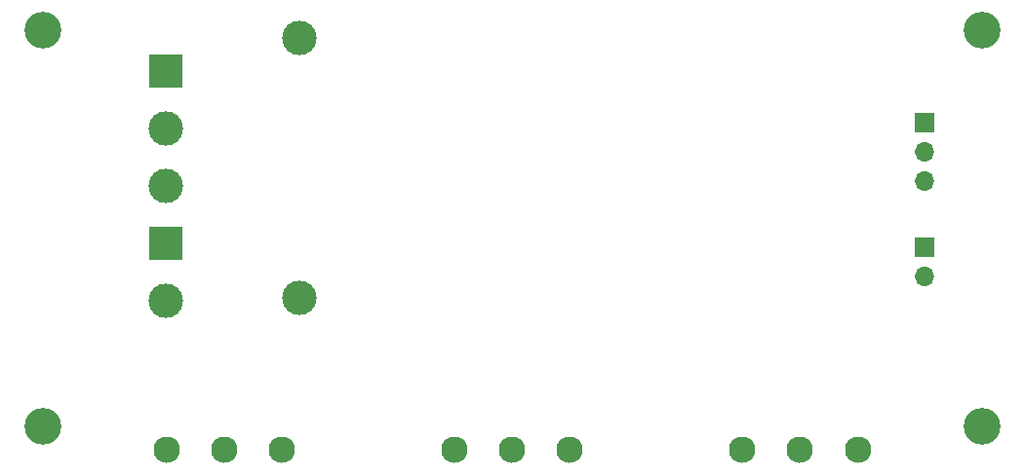
<source format=gbs>
G04 #@! TF.GenerationSoftware,KiCad,Pcbnew,(6.0.1-0)*
G04 #@! TF.CreationDate,2022-02-05T10:05:17+01:00*
G04 #@! TF.ProjectId,esp32-wled-adv-pcb,65737033-322d-4776-9c65-642d6164762d,rev?*
G04 #@! TF.SameCoordinates,Original*
G04 #@! TF.FileFunction,Soldermask,Bot*
G04 #@! TF.FilePolarity,Negative*
%FSLAX46Y46*%
G04 Gerber Fmt 4.6, Leading zero omitted, Abs format (unit mm)*
G04 Created by KiCad (PCBNEW (6.0.1-0)) date 2022-02-05 10:05:17*
%MOMM*%
%LPD*%
G01*
G04 APERTURE LIST*
%ADD10C,3.200000*%
%ADD11R,3.000000X3.000000*%
%ADD12C,3.000000*%
%ADD13C,2.300000*%
%ADD14R,1.700000X1.700000*%
%ADD15O,1.700000X1.700000*%
G04 APERTURE END LIST*
D10*
X86250000Y-91500000D03*
D11*
X96900000Y-95100000D03*
D12*
X96900000Y-100100000D03*
X96900000Y-105100000D03*
D10*
X167750000Y-91500000D03*
D13*
X147000000Y-128000000D03*
X152000000Y-128000000D03*
X157000000Y-128000000D03*
X122000000Y-128000000D03*
X127000000Y-128000000D03*
X132000000Y-128000000D03*
X97000000Y-128000000D03*
X102000000Y-128000000D03*
X107000000Y-128000000D03*
D14*
X162814000Y-99568000D03*
D15*
X162814000Y-102108000D03*
X162814000Y-104648000D03*
D14*
X162814000Y-110388400D03*
D15*
X162814000Y-112928400D03*
D11*
X96900000Y-110100000D03*
D12*
X96900000Y-115100000D03*
D10*
X167750000Y-126000000D03*
D12*
X108559600Y-92205000D03*
X108559600Y-114805000D03*
D10*
X86250000Y-126000000D03*
M02*

</source>
